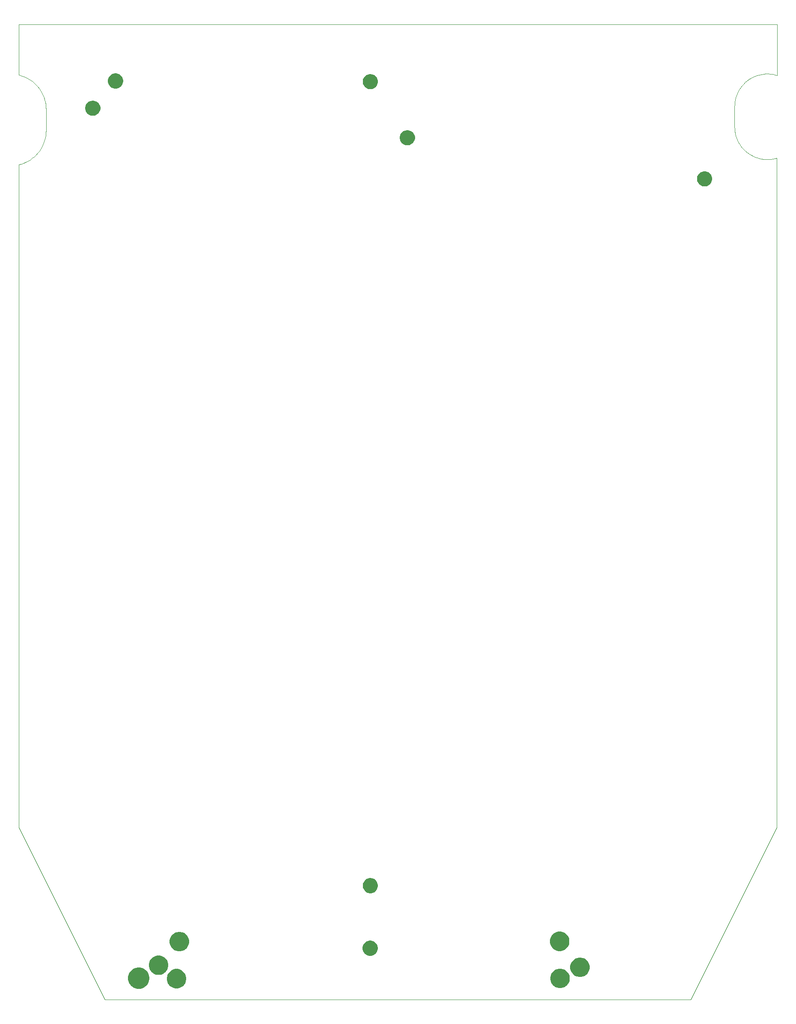
<source format=gbr>
%FSTAX44Y44*%
%MOMM*%
%SFA1B1*%

%IPPOS*%
%ADD141C,0.025400*%
%LNsega_801_remake_profile-1*%
%LPD*%
G36*
X00488189Y0005129D02*
Y00049392D01*
X00488929Y0004567*
X00490382Y00042164*
X0049249Y00039008*
X00495174Y00036325*
X00498329Y00034216*
X00501835Y00032764*
X00505558Y00032023*
X00507455*
X00509353*
X00513075Y00032764*
X00516581Y00034216*
X00519737Y00036325*
X0052242Y00039008*
X00524529Y00042164*
X00525981Y0004567*
X00526721Y00049392*
Y0005129*
Y00053187*
X00525981Y00056909*
X00524529Y00060416*
X0052242Y00063571*
X00519737Y00066255*
X00516581Y00068363*
X00513075Y00069816*
X00509353Y00070556*
X00507455*
X00505558*
X00501835Y00069816*
X00498329Y00068363*
X00495174Y00066255*
X0049249Y00063571*
X00490382Y00060416*
X00488929Y00056909*
X00488189Y00053187*
Y0005129*
G37*
G36*
X00949041Y01713839D02*
Y01712361D01*
X00949617Y01709463*
X00950748Y01706734*
X0095239Y01704277*
X00954479Y01702188*
X00956936Y01700546*
X00959666Y01699415*
X00962563Y01698839*
X00964041*
X00965518*
X00968416Y01699415*
X00971146Y01700546*
X00973603Y01702188*
X00975692Y01704277*
X00977334Y01706734*
X00978464Y01709463*
X00979041Y01712361*
Y01713839*
Y01715316*
X00978464Y01718214*
X00977334Y01720944*
X00975692Y01723401*
X00973603Y0172549*
X00971146Y01727132*
X00968416Y01728262*
X00965518Y01728839*
X00964041*
X00962563*
X00959666Y01728262*
X00956936Y01727132*
X00954479Y0172549*
X0095239Y01723401*
X00950748Y01720944*
X00949617Y01718214*
X00949041Y01715316*
Y01713839*
G37*
G36*
X00875825Y01824761D02*
Y01823284D01*
X00876402Y01820386*
X00877533Y01817656*
X00879174Y01815199*
X00881263Y0181311*
X0088372Y01811468*
X0088645Y01810337*
X00889348Y01809761*
X00890825*
X00892303*
X00895201Y01810337*
X00897931Y01811468*
X00900387Y0181311*
X00902477Y01815199*
X00904118Y01817656*
X00905249Y01820386*
X00905825Y01823284*
Y01824761*
Y01826238*
X00905249Y01829136*
X00904118Y01831866*
X00902477Y01834323*
X00900387Y01836412*
X00897931Y01838054*
X00895201Y01839185*
X00892303Y01839761*
X00890825*
X00889348*
X0088645Y01839185*
X0088372Y01838054*
X00881263Y01836412*
X00879174Y01834323*
X00877533Y01831866*
X00876402Y01829136*
X00875825Y01826238*
Y01824761*
G37*
G36*
X00371636Y01826031D02*
Y01824554D01*
X00372212Y01821656*
X00373343Y01818926*
X00374984Y01816469*
X00377074Y0181438*
X0037953Y01812738*
X0038226Y01811607*
X00385158Y01811031*
X00386636*
X00388113*
X00391011Y01811607*
X00393741Y01812738*
X00396197Y0181438*
X00398287Y01816469*
X00399928Y01818926*
X00401059Y01821656*
X00401636Y01824554*
Y01826031*
Y01827508*
X00401059Y01830406*
X00399928Y01833136*
X00398287Y01835593*
X00396197Y01837682*
X00393741Y01839324*
X00391011Y01840455*
X00388113Y01841031*
X00386636*
X00385158*
X0038226Y01840455*
X0037953Y01839324*
X00377074Y01837682*
X00374984Y01835593*
X00373343Y01833136*
X00372212Y01830406*
X00371636Y01827508*
Y01826031*
G37*
G36*
X01246923Y00051853D02*
Y00049955D01*
X01247663Y00046233*
X01249115Y00042727*
X01251224Y00039571*
X01253907Y00036887*
X01257063Y00034779*
X01260569Y00033327*
X01264291Y00032586*
X0126619*
X01268087*
X01271809Y00033327*
X01275315Y00034779*
X01278471Y00036887*
X01281154Y00039571*
X01283263Y00042727*
X01284715Y00046233*
X01285455Y00049955*
Y00051853*
Y0005375*
X01284715Y00057472*
X01283263Y00060979*
X01281154Y00064135*
X01278471Y00066818*
X01275315Y00068926*
X01271809Y00070379*
X01268087Y0007112*
X0126619*
X01264291*
X01260569Y00070379*
X01257063Y00068926*
X01253907Y00066818*
X01251224Y00064135*
X01249115Y00060979*
X01247663Y00057472*
X01246923Y0005375*
Y00051853*
G37*
G36*
X01286344Y00073813D02*
Y00071915D01*
X01287084Y00068193*
X01288537Y00064687*
X01290645Y00061531*
X01293329Y00058848*
X01296484Y00056739*
X0129999Y00055287*
X01303713Y00054547*
X0130561*
X01307508*
X0131123Y00055287*
X01314736Y00056739*
X01317892Y00058848*
X01320575Y00061531*
X01322684Y00064687*
X01324136Y00068193*
X01324877Y00071915*
Y00073813*
Y0007571*
X01324136Y00079433*
X01322684Y00082939*
X01320575Y00086094*
X01317892Y00088778*
X01314736Y00090886*
X0131123Y00092339*
X01307508Y00093079*
X0130561*
X01303713*
X0129999Y00092339*
X01296484Y00090886*
X01293329Y00088778*
X01290645Y00086094*
X01288537Y00082939*
X01287084Y00079433*
X01286344Y0007571*
Y00073813*
G37*
G36*
X01246143Y00125185D02*
Y00123288D01*
X01246884Y00119565*
X01248336Y00116059*
X01250444Y00112904*
X01253128Y0011022*
X01256284Y00108112*
X0125979Y00106659*
X01263512Y00105919*
X0126541*
X01267307*
X01271029Y00106659*
X01274536Y00108112*
X01277691Y0011022*
X01280375Y00112904*
X01282483Y00116059*
X01283936Y00119565*
X01284676Y00123288*
Y00125185*
Y00127083*
X01283936Y00130805*
X01282483Y00134311*
X01280375Y00137467*
X01277691Y0014015*
X01274536Y00142259*
X01271029Y00143711*
X01267307Y00144451*
X0126541*
X01263512*
X0125979Y00143711*
X01256284Y00142259*
X01253128Y0014015*
X01250444Y00137467*
X01248336Y00134311*
X01246884Y00130805*
X01246143Y00127083*
Y00125185*
G37*
G36*
X00493793Y00124706D02*
Y00122809D01*
X00494533Y00119086*
X00495986Y0011558*
X00498094Y00112424*
X00500778Y00109741*
X00503933Y00107632*
X00507439Y0010618*
X00511162Y0010544*
X00513059*
X00514957*
X00518679Y0010618*
X00522185Y00107632*
X00525341Y00109741*
X00528024Y00112424*
X00530133Y0011558*
X00531585Y00119086*
X00532326Y00122809*
Y00124706*
Y00126604*
X00531585Y00130326*
X00530133Y00133832*
X00528024Y00136988*
X00525341Y00139671*
X00522185Y0014178*
X00518679Y00143232*
X00514957Y00143972*
X00513059*
X00511162*
X00507439Y00143232*
X00503933Y0014178*
X00500778Y00139671*
X00498094Y00136988*
X00495986Y00133832*
X00494533Y00130326*
X00493793Y00126604*
Y00124706*
G37*
G36*
X01537167Y01632506D02*
Y01631028D01*
X01537743Y0162813*
X01538874Y016254*
X01540516Y01622943*
X01542605Y01620854*
X01545062Y01619213*
X01547792Y01618082*
X0155069Y01617506*
X01552167*
X01553644*
X01556542Y01618082*
X01559272Y01619213*
X01561729Y01620854*
X01563818Y01622943*
X0156546Y016254*
X0156659Y0162813*
X01567167Y01631028*
Y01632506*
Y01633983*
X0156659Y01636881*
X0156546Y01639611*
X01563818Y01642067*
X01561729Y01644157*
X01559272Y01645798*
X01556542Y01646929*
X01553644Y01647506*
X01552167*
X0155069*
X01547792Y01646929*
X01545062Y01645798*
X01542605Y01644157*
X01540516Y01642067*
X01538874Y01639611*
X01537743Y01636881*
X01537167Y01633983*
Y01632506*
G37*
G36*
X00326741Y01772259D02*
Y01770781D01*
X00327317Y01767883*
X00328448Y01765154*
X0033009Y01762697*
X00332179Y01760608*
X00334636Y01758966*
X00337365Y01757835*
X00340263Y01757259*
X00341741*
X00343218*
X00346116Y01757835*
X00348846Y01758966*
X00351303Y01760608*
X00353392Y01762697*
X00355034Y01765154*
X00356164Y01767883*
X00356741Y01770781*
Y01772259*
Y01773736*
X00356164Y01776634*
X00355034Y01779364*
X00353392Y01781821*
X00351303Y0178391*
X00348846Y01785552*
X00346116Y01786682*
X00343218Y01787259*
X00341741*
X00340263*
X00337365Y01786682*
X00334636Y01785552*
X00332179Y0178391*
X0033009Y01781821*
X00328448Y01779364*
X00327317Y01776634*
X00326741Y01773736*
Y01772259*
G37*
G36*
X008758Y00235189D02*
Y00233712D01*
X00876377Y00230814*
X00877507Y00228084*
X00879149Y00225627*
X00881238Y00223538*
X00883695Y00221896*
X00886425Y00220765*
X00889323Y00220189*
X008908*
X00892278*
X00895176Y00220765*
X00897905Y00221896*
X00900362Y00223538*
X00902452Y00225627*
X00904093Y00228084*
X00905224Y00230814*
X009058Y00233712*
Y00235189*
Y00236666*
X00905224Y00239564*
X00904093Y00242294*
X00902452Y00244751*
X00900362Y0024684*
X00897905Y00248482*
X00895176Y00249612*
X00892278Y0025019*
X008908*
X00889323*
X00886425Y00249612*
X00883695Y00248482*
X00881238Y0024684*
X00879149Y00244751*
X00877507Y00242294*
X00876377Y00239564*
X008758Y00236666*
Y00235189*
G37*
G36*
X00875579Y00111744D02*
Y00110266D01*
X00876155Y00107368*
X00877286Y00104638*
X00878928Y00102182*
X00881017Y00100092*
X00883474Y00098451*
X00886203Y0009732*
X00889101Y00096744*
X00890579*
X00892056*
X00894954Y0009732*
X00897684Y00098451*
X00900141Y00100092*
X0090223Y00102182*
X00903872Y00104638*
X00905002Y00107368*
X00905579Y00110266*
Y00111744*
Y00113221*
X00905002Y00116119*
X00903872Y00118849*
X0090223Y00121305*
X00900141Y00123395*
X00897684Y00125036*
X00894954Y00126167*
X00892056Y00126744*
X00890579*
X00889101*
X00886203Y00126167*
X00883474Y00125036*
X00881017Y00123395*
X00878928Y00121305*
X00877286Y00118849*
X00876155Y00116119*
X00875579Y00113221*
Y00111744*
G37*
G36*
X00452629Y0007796D02*
Y00076062D01*
X00453369Y0007234*
X00454822Y00068834*
X0045693Y00065678*
X00459614Y00062995*
X00462769Y00060886*
X00466275Y00059434*
X00469998Y00058693*
X00471895*
X00473793*
X00477515Y00059434*
X00481021Y00060886*
X00484177Y00062995*
X0048686Y00065678*
X00488969Y00068834*
X00490421Y0007234*
X00491161Y00076062*
Y0007796*
Y00079857*
X00490421Y00083579*
X00488969Y00087086*
X0048686Y00090241*
X00484177Y00092925*
X00481021Y00095033*
X00477515Y00096486*
X00473793Y00097226*
X00471895*
X00469998*
X00466275Y00096486*
X00462769Y00095033*
X00459614Y00092925*
X0045693Y00090241*
X00454822Y00087086*
X00453369Y00083579*
X00452629Y00079857*
Y0007796*
G37*
G36*
X00411629Y0005234D02*
Y00054425D01*
X00412442Y00058515*
X00414038Y00062368*
X00416355Y00065835*
X00419303Y00068783*
X0042277Y000711*
X00426623Y00072696*
X00430713Y00073509*
X00432798*
X00434882*
X00438972Y00072696*
X00442825Y000711*
X00446292Y00068783*
X0044924Y00065835*
X00451557Y00062368*
X00453153Y00058515*
X00453966Y00054425*
Y0005234*
Y00050256*
X00453153Y00046166*
X00451557Y00042313*
X0044924Y00038846*
X00446292Y00035897*
X00442825Y00033581*
X00438972Y00031985*
X00434882Y00031172*
X00432798*
X00430713*
X00426623Y00031985*
X0042277Y00033581*
X00419303Y00035897*
X00416355Y00038846*
X00414038Y00042313*
X00412442Y00046166*
X00411629Y00050256*
Y0005234*
G37*
G54D141*
X00195832Y003501D02*
Y01660768D01*
D01*
X00200539Y01662093*
X00205141Y01663743*
X00209618Y01665709*
X00213946Y01667983*
X00218105Y01670554*
X00222074Y01673408*
X00225835Y01676533*
X00229369Y01679912*
X00232659Y01683529*
X00235688Y01687367*
X00238441Y01691407*
X00240907Y01695629*
X00243072Y01700013*
X00244926Y01704537*
X0024646Y0170918*
X00247666Y01713918*
X00248538Y01718729*
X00249073Y01723589*
X00249268Y01728474*
X00249269Y01728819*
Y01769708*
D01*
X00249099Y01774595*
X00248588Y01779457*
X00247739Y01784272*
X00246556Y01789016*
X00245045Y01793666*
X00243213Y01798199*
X0024107Y01802594*
X00238625Y01806828*
X00235891Y01810882*
X00232881Y01814734*
X0022961Y01818368*
X00226093Y01821764*
X00222347Y01824907*
X00218392Y01827781*
X00214245Y01830372*
X00209928Y01832667*
X00205462Y01834656*
X00200867Y01836328*
X00196168Y01837676*
X00195832Y01837758*
Y0193802*
X01695832*
Y01837118*
X0169574*
D01*
X01691401Y01838346*
X01686987Y01839269*
X01682519Y01839881*
X01678019Y01840179*
X01673509Y01840164*
X01669012Y01839834*
X01664548Y0183919*
X0166014Y01838237*
X01655809Y01836979*
X01651577Y01835422*
X01647464Y01833573*
X01643489Y01831442*
X01639673Y01829039*
X01636034Y01826376*
X0163259Y01823465*
X01629356Y01820321*
X01626351Y01816959*
X01623587Y01813395*
X01621078Y01809648*
X01618837Y01805735*
X01616874Y01801674*
X01615199Y01797487*
X01613821Y01793194*
X01612745Y01788814*
X01611977Y0178437*
X01611522Y01779883*
X01611379Y01775601*
Y01735623*
D01*
X01611537Y01731116*
X01612008Y01726631*
X01612791Y0172219*
X01613882Y01717814*
X01615276Y01713525*
X01616965Y01709344*
X01618942Y01705291*
X01621197Y01701385*
X01623719Y01697647*
X01626495Y01694093*
X01629513Y01690742*
X01632757Y01687609*
X01636211Y0168471*
X0163986Y01682059*
X01643684Y01679669*
X01647666Y01677552*
X01651786Y01675718*
X01656024Y01674176*
X01660359Y01672933*
X0166477Y01671995*
X01669236Y01671367*
X01673735Y01671053*
X01678244*
X01682743Y01671367*
X01687209Y01671995*
X0169162Y01672933*
X01694831Y01673822*
Y003501*
X01525022Y00010054*
X00365641*
X00195832Y003501*
M02*
</source>
